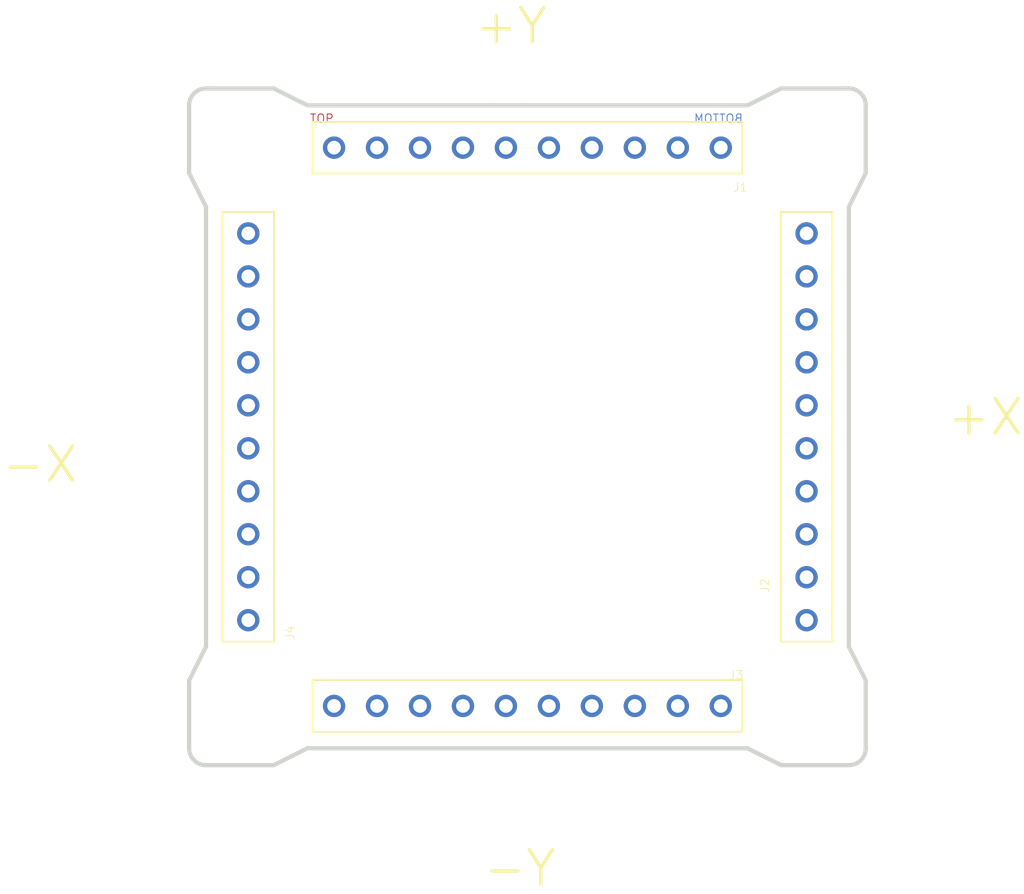
<source format=kicad_pcb>
(kicad_pcb (version 20211014) (generator pcbnew)
  (layers (0 "F.Cu" signal) (31 "B.Cu" signal) (34 "B.Paste" user) (35 "F.Paste" user) (36 "B.SilkS" user "B.Silkscreen") (37 "F.SilkS" user "F.Silkscreen") (38 "B.Mask" user) (39 "F.Mask" user) (44 "Edge.Cuts" user))
  (net 0 "")
  (net 1 "GND")
  (footprint "easyeda:CES-110-XX-Y-S" (layer "F.Cu") (at 128.3 84.985 -90)
    (fp_text reference "J4" (at 24.069 -2.469 90) (layer "F.SilkS") (effects (font (size 0.5 0.5) (thickness 0.05)) (justify left)))
    (fp_text value "CES-110-XX-Y-S" hide)
    (fp_line (start 24.13 -1.525) (end 24.13 1.525) (layer "F.SilkS") (width 0.1))
    (fp_line (start 24.13 1.525) (end -1.27 1.525) (layer "F.SilkS") (width 0.1))
    (fp_line (start -1.27 -1.525) (end 24.13 -1.525) (layer "F.SilkS") (width 0.1))
    (fp_line (start -1.27 1.525) (end -1.27 -1.525) (layer "F.SilkS") (width 0.1))
    (pad "1" thru_hole circle locked (at 0 0 270) (size 1.318 1.318) (drill oval 0.81) (layers *.Cu *.Paste *.Mask))
    (pad "2" thru_hole circle locked (at 2.54 0 270) (size 1.318 1.318) (drill oval 0.81) (layers *.Cu *.Paste *.Mask))
    (pad "3" thru_hole circle locked (at 5.08 0 270) (size 1.318 1.318) (drill oval 0.81) (layers *.Cu *.Paste *.Mask))
    (pad "4" thru_hole circle locked (at 7.62 0 270) (size 1.318 1.318) (drill oval 0.81) (layers *.Cu *.Paste *.Mask))
    (pad "5" thru_hole circle locked (at 10.16 0 270) (size 1.318 1.318) (drill oval 0.81) (layers *.Cu *.Paste *.Mask))
    (pad "6" thru_hole circle locked (at 12.7 0 270) (size 1.318 1.318) (drill oval 0.81) (layers *.Cu *.Paste *.Mask))
    (pad "7" thru_hole circle locked (at 15.24 0 270) (size 1.318 1.318) (drill oval 0.81) (layers *.Cu *.Paste *.Mask))
    (pad "8" thru_hole circle locked (at 17.78 0 270) (size 1.318 1.318) (drill oval 0.81) (layers *.Cu *.Paste *.Mask))
    (pad "9" thru_hole circle locked (at 20.32 0 270) (size 1.318 1.318) (drill oval 0.81) (layers *.Cu *.Paste *.Mask))
    (pad "10" thru_hole circle locked (at 22.86 0 270) (size 1.318 1.318) (drill oval 0.81) (layers *.Cu *.Paste *.Mask))
  )
  (footprint "easyeda:CES-110-XX-Y-S" (layer "F.Cu") (at 133.37 79.915)
    (fp_text reference "J1" (at 23.561 2.342) (layer "F.SilkS") (effects (font (size 0.5 0.5) (thickness 0.05)) (justify left)))
    (fp_text value "CES-110-XX-Y-S" hide)
    (fp_line (start -1.27 -1.525) (end 24.13 -1.525) (layer "F.SilkS") (width 0.1))
    (fp_line (start 24.13 1.525) (end -1.27 1.525) (layer "F.SilkS") (width 0.1))
    (fp_line (start 24.13 -1.525) (end 24.13 1.525) (layer "F.SilkS") (width 0.1))
    (fp_line (start -1.27 1.525) (end -1.27 -1.525) (layer "F.SilkS") (width 0.1))
    (pad "1" thru_hole circle locked (at 0 0) (size 1.318 1.318) (drill oval 0.81) (layers *.Cu *.Paste *.Mask))
    (pad "2" thru_hole circle locked (at 2.54 0) (size 1.318 1.318) (drill oval 0.81) (layers *.Cu *.Paste *.Mask))
    (pad "3" thru_hole circle locked (at 5.08 0) (size 1.318 1.318) (drill oval 0.81) (layers *.Cu *.Paste *.Mask))
    (pad "4" thru_hole circle locked (at 7.62 0) (size 1.318 1.318) (drill oval 0.81) (layers *.Cu *.Paste *.Mask))
    (pad "5" thru_hole circle locked (at 10.16 0) (size 1.318 1.318) (drill oval 0.81) (layers *.Cu *.Paste *.Mask))
    (pad "6" thru_hole circle locked (at 12.7 0) (size 1.318 1.318) (drill oval 0.81) (layers *.Cu *.Paste *.Mask))
    (pad "7" thru_hole circle locked (at 15.24 0) (size 1.318 1.318) (drill oval 0.81) (layers *.Cu *.Paste *.Mask))
    (pad "8" thru_hole circle locked (at 17.78 0) (size 1.318 1.318) (drill oval 0.81) (layers *.Cu *.Paste *.Mask))
    (pad "9" thru_hole circle locked (at 20.32 0) (size 1.318 1.318) (drill oval 0.81) (layers *.Cu *.Paste *.Mask) (net 1 "GND"))
    (pad "10" thru_hole circle locked (at 22.86 0) (size 1.318 1.318) (drill oval 0.81) (layers *.Cu *.Paste *.Mask))
  )
  (footprint "AutoGenerated:MountingHole_3.50mm" (layer "F.Cu") (at 128.3 79.915)
    (fp_text reference "" (at 0 0) (layer "F.SilkS") (effects (font (size 1.27 1.27))))
    (fp_text value "" (at 0 0) (layer "F.SilkS") (effects (font (size 1.27 1.27))))
    (pad "" np_thru_hole circle locked (at 0 0) (size 3.5 3.5) (drill 3.5) (layers *.Cu *.Mask))
  )
  (footprint "easyeda:CES-110-XX-Y-S" (layer "F.Cu") (at 133.37 112.915)
    (fp_text reference "J3" (at 23.307 -1.829) (layer "F.SilkS") (effects (font (size 0.5 0.5) (thickness 0.05)) (justify left)))
    (fp_text value "CES-110-XX-Y-S" hide)
    (fp_line (start 24.13 1.525) (end -1.27 1.525) (layer "F.SilkS") (width 0.1))
    (fp_line (start -1.27 -1.525) (end 24.13 -1.525) (layer "F.SilkS") (width 0.1))
    (fp_line (start -1.27 1.525) (end -1.27 -1.525) (layer "F.SilkS") (width 0.1))
    (fp_line (start 24.13 -1.525) (end 24.13 1.525) (layer "F.SilkS") (width 0.1))
    (pad "1" thru_hole circle locked (at 0 0) (size 1.318 1.318) (drill oval 0.81) (layers *.Cu *.Paste *.Mask))
    (pad "2" thru_hole circle locked (at 2.54 0) (size 1.318 1.318) (drill oval 0.81) (layers *.Cu *.Paste *.Mask))
    (pad "3" thru_hole circle locked (at 5.08 0) (size 1.318 1.318) (drill oval 0.81) (layers *.Cu *.Paste *.Mask))
    (pad "4" thru_hole circle locked (at 7.62 0) (size 1.318 1.318) (drill oval 0.81) (layers *.Cu *.Paste *.Mask))
    (pad "5" thru_hole circle locked (at 10.16 0) (size 1.318 1.318) (drill oval 0.81) (layers *.Cu *.Paste *.Mask))
    (pad "6" thru_hole circle locked (at 12.7 0) (size 1.318 1.318) (drill oval 0.81) (layers *.Cu *.Paste *.Mask))
    (pad "7" thru_hole circle locked (at 15.24 0) (size 1.318 1.318) (drill oval 0.81) (layers *.Cu *.Paste *.Mask))
    (pad "8" thru_hole circle locked (at 17.78 0) (size 1.318 1.318) (drill oval 0.81) (layers *.Cu *.Paste *.Mask))
    (pad "9" thru_hole circle locked (at 20.32 0) (size 1.318 1.318) (drill oval 0.81) (layers *.Cu *.Paste *.Mask))
    (pad "10" thru_hole circle locked (at 22.86 0) (size 1.318 1.318) (drill oval 0.81) (layers *.Cu *.Paste *.Mask))
  )
  (footprint "AutoGenerated:MountingHole_3.50mm" (layer "F.Cu") (at 161.3 112.915)
    (fp_text reference "" (at 0 0) (layer "F.SilkS") (effects (font (size 1.27 1.27))))
    (fp_text value "" (at 0 0) (layer "F.SilkS") (effects (font (size 1.27 1.27))))
    (pad "" np_thru_hole circle locked (at 0 0) (size 3.5 3.5) (drill 3.5) (layers *.Cu *.Mask))
  )
  (footprint "AutoGenerated:MountingHole_3.50mm" (layer "F.Cu") (at 161.3 79.915)
    (fp_text reference "" (at 0 0) (layer "F.SilkS") (effects (font (size 1.27 1.27))))
    (fp_text value "" (at 0 0) (layer "F.SilkS") (effects (font (size 1.27 1.27))))
    (pad "" np_thru_hole circle locked (at 0 0) (size 3.5 3.5) (drill 3.5) (layers *.Cu *.Mask))
  )
  (footprint "easyeda:CES-110-XX-Y-S" (layer "F.Cu") (at 161.3 84.985 -90)
    (fp_text reference "J2" (at 21.275 2.464 -90) (layer "F.SilkS") (effects (font (size 0.5 0.5) (thickness 0.05)) (justify left)))
    (fp_text value "CES-110-XX-Y-S" hide)
    (fp_line (start 24.13 1.525) (end -1.27 1.525) (layer "F.SilkS") (width 0.1))
    (fp_line (start -1.27 1.525) (end -1.27 -1.525) (layer "F.SilkS") (width 0.1))
    (fp_line (start -1.27 -1.525) (end 24.13 -1.525) (layer "F.SilkS") (width 0.1))
    (fp_line (start 24.13 -1.525) (end 24.13 1.525) (layer "F.SilkS") (width 0.1))
    (pad "1" thru_hole circle locked (at 0 0 270) (size 1.318 1.318) (drill oval 0.81) (layers *.Cu *.Paste *.Mask))
    (pad "2" thru_hole circle locked (at 2.54 0 270) (size 1.318 1.318) (drill oval 0.81) (layers *.Cu *.Paste *.Mask))
    (pad "3" thru_hole circle locked (at 5.08 0 270) (size 1.318 1.318) (drill oval 0.81) (layers *.Cu *.Paste *.Mask))
    (pad "4" thru_hole circle locked (at 7.62 0 270) (size 1.318 1.318) (drill oval 0.81) (layers *.Cu *.Paste *.Mask))
    (pad "5" thru_hole circle locked (at 10.16 0 270) (size 1.318 1.318) (drill oval 0.81) (layers *.Cu *.Paste *.Mask))
    (pad "6" thru_hole circle locked (at 12.7 0 270) (size 1.318 1.318) (drill oval 0.81) (layers *.Cu *.Paste *.Mask))
    (pad "7" thru_hole circle locked (at 15.24 0 270) (size 1.318 1.318) (drill oval 0.81) (layers *.Cu *.Paste *.Mask))
    (pad "8" thru_hole circle locked (at 17.78 0 270) (size 1.318 1.318) (drill oval 0.81) (layers *.Cu *.Paste *.Mask))
    (pad "9" thru_hole circle locked (at 20.32 0 270) (size 1.318 1.318) (drill oval 0.81) (layers *.Cu *.Paste *.Mask))
    (pad "10" thru_hole circle locked (at 22.86 0 270) (size 1.318 1.318) (drill oval 0.81) (layers *.Cu *.Paste *.Mask))
  )
  (footprint "AutoGenerated:MountingHole_3.50mm" (layer "F.Cu") (at 128.3 112.915)
    (fp_text reference "" (at 0 0) (layer "F.SilkS") (effects (font (size 1.27 1.27))))
    (fp_text value "" (at 0 0) (layer "F.SilkS") (effects (font (size 1.27 1.27))))
    (pad "" np_thru_hole circle locked (at 0 0) (size 3.5 3.5) (drill 3.5) (layers *.Cu *.Mask))
  )
  (gr_line (start 164.8 81.415) (end 164.8 77.415) (layer "Edge.Cuts") (width 0.25))
  (gr_line (start 159.8 116.415) (end 163.8 116.415) (layer "Edge.Cuts") (width 0.25))
  (gr_line (start 157.8 115.415) (end 159.8 116.415) (layer "Edge.Cuts") (width 0.25))
  (gr_line (start 131.8 77.416) (end 142.654 77.416) (layer "Edge.Cuts") (width 0.25))
  (gr_line (start 159.799 76.415) (end 163.799 76.415) (layer "Edge.Cuts") (width 0.25))
  (gr_line (start 124.8 111.415) (end 125.8 109.415) (layer "Edge.Cuts") (width 0.25))
  (gr_line (start 124.8 115.415) (end 124.8 111.415) (layer "Edge.Cuts") (width 0.25))
  (gr_arc (start 163.8 76.415) (mid 164.507181 76.707967) (end 164.8 77.415209) (layer "Edge.Cuts") (width 0.25))
  (gr_line (start 157.8 115.415) (end 131.8 115.415) (layer "Edge.Cuts") (width 0.25))
  (gr_line (start 125.801 76.415) (end 129.801 76.415) (layer "Edge.Cuts") (width 0.25))
  (gr_line (start 125.8 109.415) (end 125.8 83.415) (layer "Edge.Cuts") (width 0.25))
  (gr_line (start 157.8 77.416) (end 159.799 76.415) (layer "Edge.Cuts") (width 0.25))
  (gr_line (start 125.8 83.415) (end 124.8 81.415) (layer "Edge.Cuts") (width 0.25))
  (gr_line (start 129.801 76.415) (end 131.8 77.416) (layer "Edge.Cuts") (width 0.25))
  (gr_line (start 124.8 81.415) (end 124.8 77.415) (layer "Edge.Cuts") (width 0.25))
  (gr_line (start 163.8 83.415) (end 163.8 109.415) (layer "Edge.Cuts") (width 0.25))
  (gr_line (start 164.8 81.415) (end 163.8 83.415) (layer "Edge.Cuts") (width 0.25))
  (gr_arc (start 164.8 115.415) (mid 164.507107 116.122107) (end 163.8 116.415) (layer "Edge.Cuts") (width 0.25))
  (gr_arc (start 125.8 116.415) (mid 125.092893 116.122107) (end 124.8 115.415) (layer "Edge.Cuts") (width 0.25))
  (gr_line (start 144.8 77.416) (end 157.8 77.416) (layer "Edge.Cuts") (width 0.25))
  (gr_line (start 129.8 116.415) (end 125.8 116.415) (layer "Edge.Cuts") (width 0.25))
  (gr_line (start 163.8 109.415) (end 164.8 111.415) (layer "Edge.Cuts") (width 0.25))
  (gr_line (start 164.8 111.415) (end 164.8 115.415) (layer "Edge.Cuts") (width 0.25))
  (gr_line (start 142.654 77.416) (end 144.8 77.416) (layer "Edge.Cuts") (width 0.25))
  (gr_arc (start 124.8 77.415) (mid 125.092893 76.707893) (end 125.8 76.415) (layer "Edge.Cuts") (width 0.25))
  (gr_line (start 131.8 115.415) (end 129.8 116.415) (layer "Edge.Cuts") (width 0.25))
  (gr_text "TOP" (at 131.912 78.193) (layer "F.Cu") (effects (font (size 0.5 0.5) (thickness 0.05)) (justify left)))
  (gr_text "BOTTOM" (at 157.566 78.193) (layer "B.Cu") (effects (font (size 0.5 0.5) (thickness 0.05)) (justify left mirror)))
  (gr_text "+Y" (at 141.564 72.732) (layer "F.SilkS") (effects (font (size 2.032 2.032) (thickness 0.203)) (justify left)))
  (gr_text "-X" (at 113.624 98.64) (layer "F.SilkS") (effects (font (size 2.032 2.032) (thickness 0.203)) (justify left)))
  (gr_text "+X" (at 169.504 95.846) (layer "F.SilkS") (effects (font (size 2.032 2.032) (thickness 0.203)) (justify left)))
  (gr_text "-Y" (at 142.072 122.516) (layer "F.SilkS") (effects (font (size 2.032 2.032) (thickness 0.203)) (justify left)))
)
</source>
